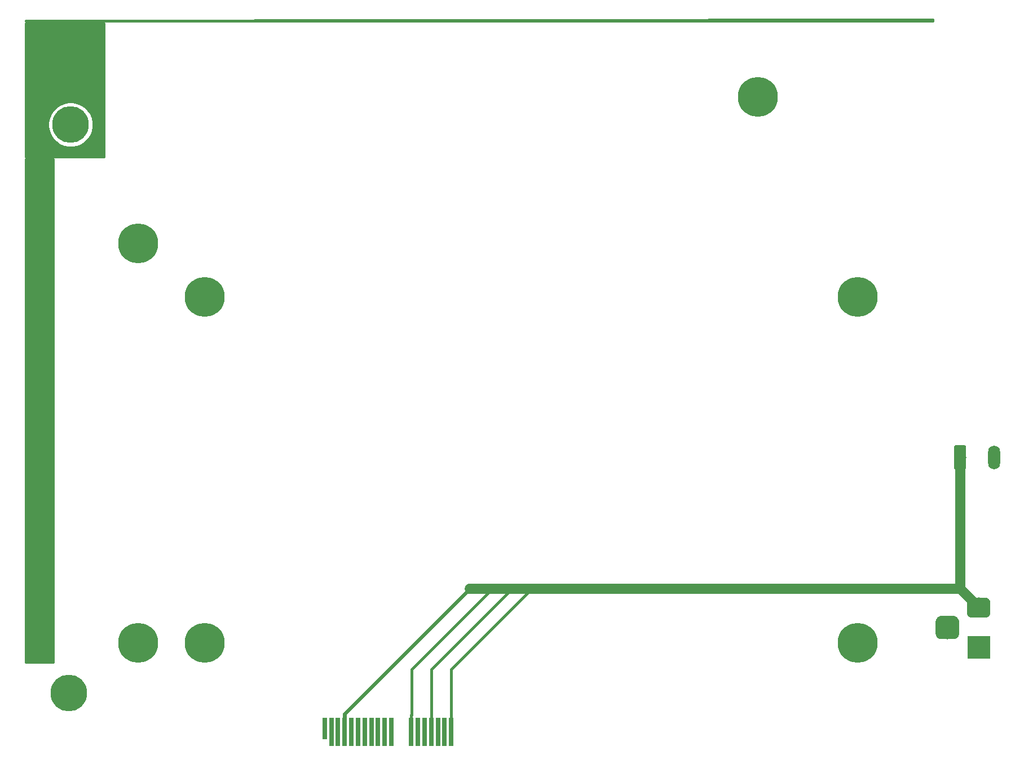
<source format=gbr>
G04 #@! TF.GenerationSoftware,KiCad,Pcbnew,(5.1.2)-2*
G04 #@! TF.CreationDate,2019-10-18T18:38:13+08:00*
G04 #@! TF.ProjectId,BrainPower,42726169-6e50-46f7-9765-722e6b696361,rev?*
G04 #@! TF.SameCoordinates,Original*
G04 #@! TF.FileFunction,Copper,L2,Bot*
G04 #@! TF.FilePolarity,Positive*
%FSLAX46Y46*%
G04 Gerber Fmt 4.6, Leading zero omitted, Abs format (unit mm)*
G04 Created by KiCad (PCBNEW (5.1.2)-2) date 2019-10-18 18:38:13*
%MOMM*%
%LPD*%
G04 APERTURE LIST*
%ADD10C,6.000000*%
%ADD11O,1.800000X3.600000*%
%ADD12C,0.100000*%
%ADD13C,1.800000*%
%ADD14C,3.500000*%
%ADD15C,3.000000*%
%ADD16R,3.500000X3.500000*%
%ADD17C,5.500000*%
%ADD18R,0.700000X4.200000*%
%ADD19R,0.700000X3.200000*%
%ADD20C,1.500000*%
%ADD21C,0.600000*%
%ADD22C,0.400000*%
%ADD23C,0.254000*%
G04 APERTURE END LIST*
D10*
X199000000Y-139000000D03*
X101000000Y-139000000D03*
X199000000Y-87000000D03*
X101000000Y-87000000D03*
X184000000Y-57000000D03*
X91000000Y-79000000D03*
X199000000Y-139000000D03*
X91000000Y-139000000D03*
D11*
X219456000Y-111125000D03*
D12*
G36*
X215050504Y-109326204D02*
G01*
X215074773Y-109329804D01*
X215098571Y-109335765D01*
X215121671Y-109344030D01*
X215143849Y-109354520D01*
X215164893Y-109367133D01*
X215184598Y-109381747D01*
X215202777Y-109398223D01*
X215219253Y-109416402D01*
X215233867Y-109436107D01*
X215246480Y-109457151D01*
X215256970Y-109479329D01*
X215265235Y-109502429D01*
X215271196Y-109526227D01*
X215274796Y-109550496D01*
X215276000Y-109575000D01*
X215276000Y-112675000D01*
X215274796Y-112699504D01*
X215271196Y-112723773D01*
X215265235Y-112747571D01*
X215256970Y-112770671D01*
X215246480Y-112792849D01*
X215233867Y-112813893D01*
X215219253Y-112833598D01*
X215202777Y-112851777D01*
X215184598Y-112868253D01*
X215164893Y-112882867D01*
X215143849Y-112895480D01*
X215121671Y-112905970D01*
X215098571Y-112914235D01*
X215074773Y-112920196D01*
X215050504Y-112923796D01*
X215026000Y-112925000D01*
X213726000Y-112925000D01*
X213701496Y-112923796D01*
X213677227Y-112920196D01*
X213653429Y-112914235D01*
X213630329Y-112905970D01*
X213608151Y-112895480D01*
X213587107Y-112882867D01*
X213567402Y-112868253D01*
X213549223Y-112851777D01*
X213532747Y-112833598D01*
X213518133Y-112813893D01*
X213505520Y-112792849D01*
X213495030Y-112770671D01*
X213486765Y-112747571D01*
X213480804Y-112723773D01*
X213477204Y-112699504D01*
X213476000Y-112675000D01*
X213476000Y-109575000D01*
X213477204Y-109550496D01*
X213480804Y-109526227D01*
X213486765Y-109502429D01*
X213495030Y-109479329D01*
X213505520Y-109457151D01*
X213518133Y-109436107D01*
X213532747Y-109416402D01*
X213549223Y-109398223D01*
X213567402Y-109381747D01*
X213587107Y-109367133D01*
X213608151Y-109354520D01*
X213630329Y-109344030D01*
X213653429Y-109335765D01*
X213677227Y-109329804D01*
X213701496Y-109326204D01*
X213726000Y-109325000D01*
X215026000Y-109325000D01*
X215050504Y-109326204D01*
X215050504Y-109326204D01*
G37*
D13*
X214376000Y-111125000D03*
D12*
G36*
X213430765Y-134954213D02*
G01*
X213515704Y-134966813D01*
X213598999Y-134987677D01*
X213679848Y-135016605D01*
X213757472Y-135053319D01*
X213831124Y-135097464D01*
X213900094Y-135148616D01*
X213963718Y-135206282D01*
X214021384Y-135269906D01*
X214072536Y-135338876D01*
X214116681Y-135412528D01*
X214153395Y-135490152D01*
X214182323Y-135571001D01*
X214203187Y-135654296D01*
X214215787Y-135739235D01*
X214220000Y-135825000D01*
X214220000Y-137575000D01*
X214215787Y-137660765D01*
X214203187Y-137745704D01*
X214182323Y-137828999D01*
X214153395Y-137909848D01*
X214116681Y-137987472D01*
X214072536Y-138061124D01*
X214021384Y-138130094D01*
X213963718Y-138193718D01*
X213900094Y-138251384D01*
X213831124Y-138302536D01*
X213757472Y-138346681D01*
X213679848Y-138383395D01*
X213598999Y-138412323D01*
X213515704Y-138433187D01*
X213430765Y-138445787D01*
X213345000Y-138450000D01*
X211595000Y-138450000D01*
X211509235Y-138445787D01*
X211424296Y-138433187D01*
X211341001Y-138412323D01*
X211260152Y-138383395D01*
X211182528Y-138346681D01*
X211108876Y-138302536D01*
X211039906Y-138251384D01*
X210976282Y-138193718D01*
X210918616Y-138130094D01*
X210867464Y-138061124D01*
X210823319Y-137987472D01*
X210786605Y-137909848D01*
X210757677Y-137828999D01*
X210736813Y-137745704D01*
X210724213Y-137660765D01*
X210720000Y-137575000D01*
X210720000Y-135825000D01*
X210724213Y-135739235D01*
X210736813Y-135654296D01*
X210757677Y-135571001D01*
X210786605Y-135490152D01*
X210823319Y-135412528D01*
X210867464Y-135338876D01*
X210918616Y-135269906D01*
X210976282Y-135206282D01*
X211039906Y-135148616D01*
X211108876Y-135097464D01*
X211182528Y-135053319D01*
X211260152Y-135016605D01*
X211341001Y-134987677D01*
X211424296Y-134966813D01*
X211509235Y-134954213D01*
X211595000Y-134950000D01*
X213345000Y-134950000D01*
X213430765Y-134954213D01*
X213430765Y-134954213D01*
G37*
D14*
X212470000Y-136700000D03*
D12*
G36*
X218243513Y-132203611D02*
G01*
X218316318Y-132214411D01*
X218387714Y-132232295D01*
X218457013Y-132257090D01*
X218523548Y-132288559D01*
X218586678Y-132326398D01*
X218645795Y-132370242D01*
X218700330Y-132419670D01*
X218749758Y-132474205D01*
X218793602Y-132533322D01*
X218831441Y-132596452D01*
X218862910Y-132662987D01*
X218887705Y-132732286D01*
X218905589Y-132803682D01*
X218916389Y-132876487D01*
X218920000Y-132950000D01*
X218920000Y-134450000D01*
X218916389Y-134523513D01*
X218905589Y-134596318D01*
X218887705Y-134667714D01*
X218862910Y-134737013D01*
X218831441Y-134803548D01*
X218793602Y-134866678D01*
X218749758Y-134925795D01*
X218700330Y-134980330D01*
X218645795Y-135029758D01*
X218586678Y-135073602D01*
X218523548Y-135111441D01*
X218457013Y-135142910D01*
X218387714Y-135167705D01*
X218316318Y-135185589D01*
X218243513Y-135196389D01*
X218170000Y-135200000D01*
X216170000Y-135200000D01*
X216096487Y-135196389D01*
X216023682Y-135185589D01*
X215952286Y-135167705D01*
X215882987Y-135142910D01*
X215816452Y-135111441D01*
X215753322Y-135073602D01*
X215694205Y-135029758D01*
X215639670Y-134980330D01*
X215590242Y-134925795D01*
X215546398Y-134866678D01*
X215508559Y-134803548D01*
X215477090Y-134737013D01*
X215452295Y-134667714D01*
X215434411Y-134596318D01*
X215423611Y-134523513D01*
X215420000Y-134450000D01*
X215420000Y-132950000D01*
X215423611Y-132876487D01*
X215434411Y-132803682D01*
X215452295Y-132732286D01*
X215477090Y-132662987D01*
X215508559Y-132596452D01*
X215546398Y-132533322D01*
X215590242Y-132474205D01*
X215639670Y-132419670D01*
X215694205Y-132370242D01*
X215753322Y-132326398D01*
X215816452Y-132288559D01*
X215882987Y-132257090D01*
X215952286Y-132232295D01*
X216023682Y-132214411D01*
X216096487Y-132203611D01*
X216170000Y-132200000D01*
X218170000Y-132200000D01*
X218243513Y-132203611D01*
X218243513Y-132203611D01*
G37*
D15*
X217170000Y-133700000D03*
D16*
X217170000Y-139700000D03*
D17*
X80822800Y-61137800D03*
X80568800Y-146507200D03*
D18*
X137980000Y-152379600D03*
X133980000Y-152379600D03*
X122980000Y-152379600D03*
X120980000Y-152379600D03*
X127980000Y-152379600D03*
X124980000Y-152379600D03*
D19*
X118980000Y-151879600D03*
D18*
X123980000Y-152379600D03*
X134980000Y-152379600D03*
X131980000Y-152379600D03*
X125980000Y-152379600D03*
X128980000Y-152379600D03*
X121980000Y-152379600D03*
X119980000Y-152379600D03*
X132980000Y-152379600D03*
X135980000Y-152379600D03*
X126980000Y-152379600D03*
X136980000Y-152379600D03*
D20*
X214376000Y-130906000D02*
X217170000Y-133700000D01*
X214376000Y-111125000D02*
X214376000Y-130906000D01*
D21*
X121980000Y-152379600D02*
X121980000Y-149679600D01*
X133737600Y-137915400D02*
X140747000Y-130906000D01*
X133737600Y-137922000D02*
X133737600Y-137915400D01*
X121980000Y-149679600D02*
X133737600Y-137922000D01*
D22*
X149764000Y-131282823D02*
X149764000Y-130906000D01*
D20*
X149764000Y-130906000D02*
X147478000Y-130906000D01*
D22*
X134980000Y-149879600D02*
X135000000Y-149859600D01*
X134980000Y-152379600D02*
X134980000Y-149879600D01*
X135000000Y-143000000D02*
X147094000Y-130906000D01*
X135000000Y-149859600D02*
X135000000Y-143000000D01*
D20*
X147478000Y-130906000D02*
X147094000Y-130906000D01*
X147094000Y-130906000D02*
X144430000Y-130906000D01*
D22*
X131980000Y-149879600D02*
X132000000Y-149859600D01*
X131980000Y-152379600D02*
X131980000Y-149879600D01*
X132000000Y-149859600D02*
X132000000Y-143000000D01*
X143594000Y-131406000D02*
X143594000Y-130906000D01*
X132000000Y-143000000D02*
X143594000Y-131406000D01*
D20*
X144430000Y-130906000D02*
X143594000Y-130906000D01*
X143594000Y-130906000D02*
X140747000Y-130906000D01*
D22*
X137980000Y-152379600D02*
X137980000Y-143020000D01*
X150094000Y-130906000D02*
X150594000Y-130906000D01*
X137980000Y-143020000D02*
X150094000Y-130906000D01*
D20*
X214376000Y-130906000D02*
X150594000Y-130906000D01*
X150594000Y-130906000D02*
X149764000Y-130906000D01*
D23*
G36*
X85903000Y-66052600D02*
G01*
X74015000Y-66052600D01*
X74015000Y-60804407D01*
X77437800Y-60804407D01*
X77437800Y-61471193D01*
X77567883Y-62125168D01*
X77823052Y-62741199D01*
X78193498Y-63295612D01*
X78664988Y-63767102D01*
X79219401Y-64137548D01*
X79835432Y-64392717D01*
X80489407Y-64522800D01*
X81156193Y-64522800D01*
X81810168Y-64392717D01*
X82426199Y-64137548D01*
X82980612Y-63767102D01*
X83452102Y-63295612D01*
X83822548Y-62741199D01*
X84077717Y-62125168D01*
X84207800Y-61471193D01*
X84207800Y-60804407D01*
X84077717Y-60150432D01*
X83822548Y-59534401D01*
X83452102Y-58979988D01*
X82980612Y-58508498D01*
X82426199Y-58138052D01*
X81810168Y-57882883D01*
X81156193Y-57752800D01*
X80489407Y-57752800D01*
X79835432Y-57882883D01*
X79219401Y-58138052D01*
X78664988Y-58508498D01*
X78193498Y-58979988D01*
X77823052Y-59534401D01*
X77567883Y-60150432D01*
X77437800Y-60804407D01*
X74015000Y-60804407D01*
X74015000Y-45856600D01*
X85903000Y-45856600D01*
X85903000Y-66052600D01*
X85903000Y-66052600D01*
G37*
X85903000Y-66052600D02*
X74015000Y-66052600D01*
X74015000Y-60804407D01*
X77437800Y-60804407D01*
X77437800Y-61471193D01*
X77567883Y-62125168D01*
X77823052Y-62741199D01*
X78193498Y-63295612D01*
X78664988Y-63767102D01*
X79219401Y-64137548D01*
X79835432Y-64392717D01*
X80489407Y-64522800D01*
X81156193Y-64522800D01*
X81810168Y-64392717D01*
X82426199Y-64137548D01*
X82980612Y-63767102D01*
X83452102Y-63295612D01*
X83822548Y-62741199D01*
X84077717Y-62125168D01*
X84207800Y-61471193D01*
X84207800Y-60804407D01*
X84077717Y-60150432D01*
X83822548Y-59534401D01*
X83452102Y-58979988D01*
X82980612Y-58508498D01*
X82426199Y-58138052D01*
X81810168Y-57882883D01*
X81156193Y-57752800D01*
X80489407Y-57752800D01*
X79835432Y-57882883D01*
X79219401Y-58138052D01*
X78664988Y-58508498D01*
X78193498Y-58979988D01*
X77823052Y-59534401D01*
X77567883Y-60150432D01*
X77437800Y-60804407D01*
X74015000Y-60804407D01*
X74015000Y-45856600D01*
X85903000Y-45856600D01*
X85903000Y-66052600D01*
G36*
X210353000Y-45602600D02*
G01*
X74015000Y-45602600D01*
X74015000Y-45413879D01*
X210353000Y-45270561D01*
X210353000Y-45602600D01*
X210353000Y-45602600D01*
G37*
X210353000Y-45602600D02*
X74015000Y-45602600D01*
X74015000Y-45413879D01*
X210353000Y-45270561D01*
X210353000Y-45602600D01*
G36*
X78283000Y-142002600D02*
G01*
X74015000Y-142002600D01*
X74015000Y-66306600D01*
X78283000Y-66306600D01*
X78283000Y-142002600D01*
X78283000Y-142002600D01*
G37*
X78283000Y-142002600D02*
X74015000Y-142002600D01*
X74015000Y-66306600D01*
X78283000Y-66306600D01*
X78283000Y-142002600D01*
M02*

</source>
